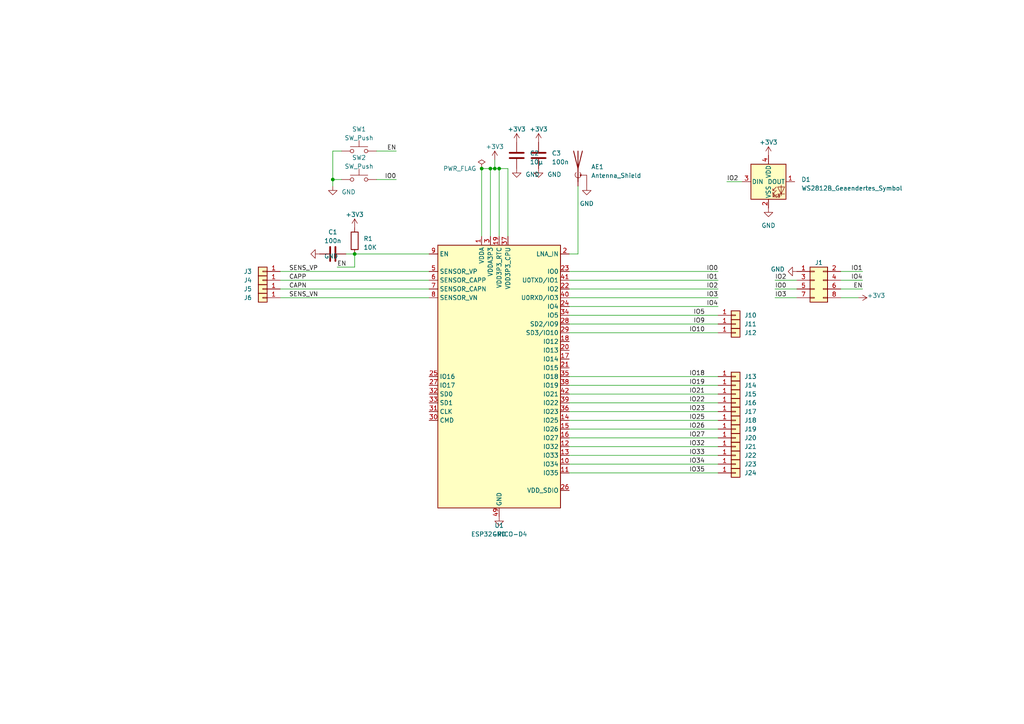
<source format=kicad_sch>
(kicad_sch (version 20210406) (generator eeschema)
  (paper "A4")
  (lib_symbols
    (symbol "Connector_Generic:Conn_01x01" (pin_names (offset 1.016) hide)
      (property "Reference" "J" (at 0 2.54 0))
      (property "Value" "Conn_01x01" (at 0 -2.54 0))
      (symbol "Conn_01x01_1_1"
        (rectangle (start -1.27 0.127) (end 0 -0.127) (stroke (width 0.1524)))
        (rectangle (start -1.27 1.27) (end 1.27 -1.27) (stroke (width 0.254)) (fill (type background)))
        (pin passive line (at -5.08 0 0) (length 3.81) (name "Pin_1") (number "1"))
      )
    )
    (symbol "Connector_Generic:Conn_02x04_Odd_Even" (pin_names (offset 1.016) hide)
      (property "Reference" "J" (at 1.27 5.08 0))
      (property "Value" "Conn_02x04_Odd_Even" (at 1.27 -7.62 0))
      (symbol "Conn_02x04_Odd_Even_1_1"
        (rectangle (start -1.27 -4.953) (end 0 -5.207) (stroke (width 0.1524)))
        (rectangle (start -1.27 -2.413) (end 0 -2.667) (stroke (width 0.1524)))
        (rectangle (start -1.27 0.127) (end 0 -0.127) (stroke (width 0.1524)))
        (rectangle (start -1.27 2.667) (end 0 2.413) (stroke (width 0.1524)))
        (rectangle (start 3.81 -4.953) (end 2.54 -5.207) (stroke (width 0.1524)))
        (rectangle (start 3.81 -2.413) (end 2.54 -2.667) (stroke (width 0.1524)))
        (rectangle (start 3.81 0.127) (end 2.54 -0.127) (stroke (width 0.1524)))
        (rectangle (start 3.81 2.667) (end 2.54 2.413) (stroke (width 0.1524)))
        (rectangle (start -1.27 3.81) (end 3.81 -6.35) (stroke (width 0.254)) (fill (type background)))
        (pin passive line (at -5.08 2.54 0) (length 3.81) (name "Pin_1") (number "1"))
        (pin passive line (at 7.62 2.54 180) (length 3.81) (name "Pin_2") (number "2"))
        (pin passive line (at -5.08 0 0) (length 3.81) (name "Pin_3") (number "3"))
        (pin passive line (at 7.62 0 180) (length 3.81) (name "Pin_4") (number "4"))
        (pin passive line (at -5.08 -2.54 0) (length 3.81) (name "Pin_5") (number "5"))
        (pin passive line (at 7.62 -2.54 180) (length 3.81) (name "Pin_6") (number "6"))
        (pin passive line (at -5.08 -5.08 0) (length 3.81) (name "Pin_7") (number "7"))
        (pin passive line (at 7.62 -5.08 180) (length 3.81) (name "Pin_8") (number "8"))
      )
    )
    (symbol "Device:Antenna_Shield" (pin_numbers hide) (pin_names (offset 1.016) hide)
      (property "Reference" "AE" (at -1.905 4.445 0))
      (property "Value" "Antenna_Shield" (at -1.905 2.54 0))
      (symbol "Antenna_Shield_0_1"
        (arc (start 0 -2.667) (end -0.508 -1.143) (radius (at -0.0254 -1.8542) (length 0.8128) (angles -88.2 124.2)))
        (arc (start 0 -2.667) (end 0.508 -1.143) (radius (at 0.0254 -1.8542) (length 0.8128) (angles -91.8 55.8)))
        (circle (center 0.762 -1.905) (radius 0.1778) (fill (type outline)))
        (polyline (pts (xy 0 -2.54) (xy 0 0)))
        (polyline (pts (xy 0 5.08) (xy 0 -3.81)) (stroke (width 0.254)))
        (polyline (pts (xy 0.762 -1.905) (xy 2.54 -1.905)))
        (polyline (pts (xy 2.54 -2.54) (xy 2.54 -1.905)))
        (polyline (pts (xy 1.27 5.08) (xy 0 0) (xy -1.27 5.08)) (stroke (width 0.254)))
      )
      (symbol "Antenna_Shield_1_1"
        (pin input line (at 0 -5.08 90) (length 2.54) (name "A") (number "1"))
        (pin input line (at 2.54 -5.08 90) (length 2.54) (name "Shield") (number "2"))
      )
    )
    (symbol "Device:C" (pin_numbers hide) (pin_names (offset 0.254))
      (property "Reference" "C" (at 0.635 2.54 0))
      (property "Value" "C" (at 0.635 -2.54 0))
      (symbol "C_0_1"
        (polyline (pts (xy -2.032 -0.762) (xy 2.032 -0.762)) (stroke (width 0.508)))
        (polyline (pts (xy -2.032 0.762) (xy 2.032 0.762)) (stroke (width 0.508)))
      )
      (symbol "C_1_1"
        (pin passive line (at 0 3.81 270) (length 2.794) (name "~") (number "1"))
        (pin passive line (at 0 -3.81 90) (length 2.794) (name "~") (number "2"))
      )
    )
    (symbol "Device:R" (pin_numbers hide) (pin_names (offset 0))
      (property "Reference" "R" (at 2.032 0 90))
      (property "Value" "R" (at 0 0 90))
      (symbol "R_0_1"
        (rectangle (start -1.016 -2.54) (end 1.016 2.54) (stroke (width 0.254)))
      )
      (symbol "R_1_1"
        (pin passive line (at 0 3.81 270) (length 1.27) (name "~") (number "1"))
        (pin passive line (at 0 -3.81 90) (length 1.27) (name "~") (number "2"))
      )
    )
    (symbol "RF_Module:ESP32-PICO-D4"
      (property "Reference" "U" (at -17.78 39.37 0))
      (property "Value" "ESP32-PICO-D4" (at 3.81 39.37 0))
      (symbol "ESP32-PICO-D4_0_0"
        (pin power_in line (at -5.08 40.64 270) (length 2.54) (name "VDDA") (number "1"))
        (pin input line (at 20.32 -25.4 180) (length 2.54) (name "IO34") (number "10"))
        (pin input line (at 20.32 -27.94 180) (length 2.54) (name "IO35") (number "11"))
        (pin bidirectional line (at 20.32 -20.32 180) (length 2.54) (name "IO32") (number "12"))
        (pin bidirectional line (at 20.32 -22.86 180) (length 2.54) (name "IO33") (number "13"))
        (pin bidirectional line (at 20.32 -12.7 180) (length 2.54) (name "IO25") (number "14"))
        (pin bidirectional line (at 20.32 -15.24 180) (length 2.54) (name "IO26") (number "15"))
        (pin bidirectional line (at 20.32 -17.78 180) (length 2.54) (name "IO27") (number "16"))
        (pin bidirectional line (at 20.32 5.08 180) (length 2.54) (name "IO14") (number "17"))
        (pin bidirectional line (at 20.32 10.16 180) (length 2.54) (name "IO12") (number "18"))
        (pin power_in line (at 0 40.64 270) (length 2.54) (name "VDD3P3_RTC") (number "19"))
        (pin bidirectional line (at 20.32 35.56 180) (length 2.54) (name "LNA_IN") (number "2"))
        (pin bidirectional line (at 20.32 7.62 180) (length 2.54) (name "IO13") (number "20"))
        (pin bidirectional line (at 20.32 2.54 180) (length 2.54) (name "IO15") (number "21"))
        (pin bidirectional line (at 20.32 25.4 180) (length 2.54) (name "IO2") (number "22"))
        (pin bidirectional line (at 20.32 30.48 180) (length 2.54) (name "IO0") (number "23"))
        (pin bidirectional line (at 20.32 20.32 180) (length 2.54) (name "IO4") (number "24"))
        (pin bidirectional line (at -20.32 0 0) (length 2.54) (name "IO16") (number "25"))
        (pin power_out line (at 20.32 -33.02 180) (length 2.54) (name "VDD_SDIO") (number "26"))
        (pin bidirectional line (at -20.32 -2.54 0) (length 2.54) (name "IO17") (number "27"))
        (pin bidirectional line (at 20.32 15.24 180) (length 2.54) (name "SD2/IO9") (number "28"))
        (pin bidirectional line (at 20.32 12.7 180) (length 2.54) (name "SD3/IO10") (number "29"))
        (pin power_in line (at -2.54 40.64 270) (length 2.54) (name "VDDA3P3") (number "3"))
        (pin bidirectional line (at -20.32 -12.7 0) (length 2.54) (name "CMD") (number "30"))
        (pin bidirectional line (at -20.32 -10.16 0) (length 2.54) (name "CLK") (number "31"))
        (pin bidirectional line (at -20.32 -5.08 0) (length 2.54) (name "SD0") (number "32"))
        (pin bidirectional line (at -20.32 -7.62 0) (length 2.54) (name "SD1") (number "33"))
        (pin bidirectional line (at 20.32 17.78 180) (length 2.54) (name "IO5") (number "34"))
        (pin bidirectional line (at 20.32 0 180) (length 2.54) (name "IO18") (number "35"))
        (pin bidirectional line (at 20.32 -10.16 180) (length 2.54) (name "IO23") (number "36"))
        (pin power_in line (at 2.54 40.64 270) (length 2.54) (name "VDD3P3_CPU") (number "37"))
        (pin bidirectional line (at 20.32 -2.54 180) (length 2.54) (name "IO19") (number "38"))
        (pin bidirectional line (at 20.32 -7.62 180) (length 2.54) (name "IO22") (number "39"))
        (pin passive line (at -2.54 40.64 270) (length 2.54) hide (name "VDDA3P3") (number "4"))
        (pin bidirectional line (at 20.32 22.86 180) (length 2.54) (name "U0RXD/IO3") (number "40"))
        (pin bidirectional line (at 20.32 27.94 180) (length 2.54) (name "U0TXD/IO1") (number "41"))
        (pin bidirectional line (at 20.32 -5.08 180) (length 2.54) (name "IO21") (number "42"))
        (pin passive line (at -5.08 40.64 270) (length 2.54) hide (name "VDDA") (number "43"))
        (pin no_connect line (at -17.78 -25.4 0) (length 2.54) hide (name "XTAL_N_NC") (number "44"))
        (pin no_connect line (at -17.78 -27.94 0) (length 2.54) hide (name "XTAL_P_NC") (number "45"))
        (pin passive line (at -5.08 40.64 270) (length 2.54) hide (name "VDDA") (number "46"))
        (pin no_connect line (at -17.78 -30.48 0) (length 2.54) hide (name "CAP2_NC") (number "47"))
        (pin no_connect line (at -17.78 -33.02 0) (length 2.54) hide (name "CAP1_NC") (number "48"))
        (pin power_in line (at 0 -40.64 90) (length 2.54) (name "GND") (number "49"))
        (pin input line (at -20.32 30.48 0) (length 2.54) (name "SENSOR_VP") (number "5"))
        (pin input line (at -20.32 27.94 0) (length 2.54) (name "SENSOR_CAPP") (number "6"))
        (pin input line (at -20.32 25.4 0) (length 2.54) (name "SENSOR_CAPN") (number "7"))
        (pin input line (at -20.32 22.86 0) (length 2.54) (name "SENSOR_VN") (number "8"))
        (pin input line (at -20.32 35.56 0) (length 2.54) (name "EN") (number "9"))
      )
      (symbol "ESP32-PICO-D4_0_1"
        (rectangle (start -17.78 38.1) (end 17.78 -38.1) (stroke (width 0.254)) (fill (type background)))
      )
    )
    (symbol "Switch:SW_Push" (pin_numbers hide) (pin_names (offset 1.016) hide)
      (property "Reference" "SW" (at 1.27 2.54 0))
      (property "Value" "SW_Push" (at 0 -1.524 0))
      (symbol "SW_Push_0_1"
        (circle (center -2.032 0) (radius 0.508))
        (circle (center 2.032 0) (radius 0.508))
        (polyline (pts (xy 0 1.27) (xy 0 3.048)))
        (polyline (pts (xy 2.54 1.27) (xy -2.54 1.27)))
        (pin passive line (at -5.08 0 0) (length 2.54) (name "1") (number "1"))
        (pin passive line (at 5.08 0 180) (length 2.54) (name "2") (number "2"))
      )
    )
    (symbol "TheBrutzlers_Lib:WS2812B_Geaendertes_Symbol" (pin_names (offset 0.254))
      (property "Reference" "D1" (at 9.525 0.6351 0))
      (property "Value" "WS2812B_Geaendertes_Symbol" (at 9.525 -1.9049 0))
      (symbol "WS2812B_Geaendertes_Symbol_0_0"
        (text "RGB" (at 2.286 -4.191 0) (effects (font (size 0.762 0.762))))
      )
      (symbol "WS2812B_Geaendertes_Symbol_0_1"
        (rectangle (start 5.08 5.08) (end -5.08 -5.08) (stroke (width 0.254)) (fill (type background)))
        (polyline (pts (xy 1.27 -3.556) (xy 1.778 -3.556)))
        (polyline (pts (xy 1.27 -2.54) (xy 1.778 -2.54)))
        (polyline (pts (xy 4.699 -3.556) (xy 2.667 -3.556)))
        (polyline (pts (xy 2.286 -2.54) (xy 1.27 -3.556) (xy 1.27 -3.048)))
        (polyline (pts (xy 2.286 -1.524) (xy 1.27 -2.54) (xy 1.27 -2.032)))
        (polyline (pts (xy 3.683 -1.016) (xy 3.683 -3.556) (xy 3.683 -4.064)))
        (polyline (pts (xy 4.699 -1.524) (xy 2.667 -1.524) (xy 3.683 -3.556) (xy 4.699 -1.524)))
      )
      (symbol "WS2812B_Geaendertes_Symbol_1_1"
        (pin output line (at 7.62 0 180) (length 2.54) (name "DOUT") (number "1"))
        (pin power_in line (at 0 -7.62 90) (length 2.54) (name "VSS") (number "2"))
        (pin input line (at -7.62 0 0) (length 2.54) (name "DIN") (number "3"))
        (pin power_in line (at 0 7.62 270) (length 2.54) (name "VDD") (number "4"))
      )
    )
    (symbol "power:+3V3" (power) (pin_names (offset 0))
      (property "Value" "+3V3" (at 0 3.556 0))
      (symbol "+3V3_0_1"
        (polyline (pts (xy -0.762 1.27) (xy 0 2.54)))
        (polyline (pts (xy 0 0) (xy 0 2.54)))
        (polyline (pts (xy 0 2.54) (xy 0.762 1.27)))
      )
      (symbol "+3V3_1_1"
        (pin power_in line (at 0 0 90) (length 0) hide (name "+3V3") (number "1"))
      )
    )
    (symbol "power:GND" (power) (pin_names (offset 0))
      (property "Value" "GND" (at 0 -3.81 0))
      (symbol "GND_0_1"
        (polyline (pts (xy 0 0) (xy 0 -1.27) (xy 1.27 -1.27) (xy 0 -2.54) (xy -1.27 -1.27) (xy 0 -1.27)))
      )
      (symbol "GND_1_1"
        (pin power_in line (at 0 0 270) (length 0) hide (name "GND") (number "1"))
      )
    )
    (symbol "power:PWR_FLAG" (power) (pin_numbers hide) (pin_names (offset 0) hide)
      (property "Value" "PWR_FLAG" (at 0 3.81 0))
      (symbol "PWR_FLAG_0_0"
        (pin power_out line (at 0 0 90) (length 0) (name "pwr") (number "1"))
      )
      (symbol "PWR_FLAG_0_1"
        (polyline (pts (xy 0 0) (xy 0 1.27) (xy -1.016 1.905) (xy 0 2.54) (xy 1.016 1.905) (xy 0 1.27)))
      )
    )
  )
  (junction (at 96.52 52.07) (diameter 0.9144))
  (junction (at 102.87 73.66) (diameter 0.9144))
  (junction (at 139.7 48.895) (diameter 0.9144))
  (junction (at 142.24 48.895) (diameter 0.9144))
  (junction (at 143.51 48.895) (diameter 0.9144))
  (junction (at 144.78 48.895) (diameter 0.9144))
  (wire (pts (xy 81.28 78.74) (xy 124.46 78.74)))
  (wire (pts (xy 81.28 81.28) (xy 124.46 81.28)))
  (wire (pts (xy 81.28 83.82) (xy 124.46 83.82)))
  (wire (pts (xy 81.28 86.36) (xy 124.46 86.36)))
  (wire (pts (xy 96.52 43.815) (xy 96.52 52.07)))
  (wire (pts (xy 96.52 52.07) (xy 96.52 53.975)))
  (wire (pts (xy 97.79 77.47) (xy 102.87 77.47)))
  (wire (pts (xy 99.06 43.815) (xy 96.52 43.815)))
  (wire (pts (xy 99.06 52.07) (xy 96.52 52.07)))
  (wire (pts (xy 100.33 73.66) (xy 102.87 73.66)))
  (wire (pts (xy 102.87 73.66) (xy 102.87 77.47)))
  (wire (pts (xy 102.87 73.66) (xy 124.46 73.66)))
  (wire (pts (xy 109.22 43.815) (xy 114.935 43.815)))
  (wire (pts (xy 109.22 52.07) (xy 114.935 52.07)))
  (wire (pts (xy 139.7 48.895) (xy 139.7 68.58)))
  (wire (pts (xy 142.24 48.895) (xy 139.7 48.895)))
  (wire (pts (xy 142.24 48.895) (xy 142.24 68.58)))
  (wire (pts (xy 143.51 46.355) (xy 143.51 48.895)))
  (wire (pts (xy 143.51 48.895) (xy 142.24 48.895)))
  (wire (pts (xy 144.78 48.895) (xy 143.51 48.895)))
  (wire (pts (xy 144.78 48.895) (xy 144.78 68.58)))
  (wire (pts (xy 147.32 48.895) (xy 144.78 48.895)))
  (wire (pts (xy 147.32 48.895) (xy 147.32 68.58)))
  (wire (pts (xy 165.1 78.74) (xy 208.28 78.74)))
  (wire (pts (xy 165.1 81.28) (xy 208.28 81.28)))
  (wire (pts (xy 165.1 83.82) (xy 208.28 83.82)))
  (wire (pts (xy 165.1 86.36) (xy 208.28 86.36)))
  (wire (pts (xy 165.1 88.9) (xy 208.28 88.9)))
  (wire (pts (xy 165.1 91.44) (xy 208.28 91.44)))
  (wire (pts (xy 165.1 93.98) (xy 208.28 93.98)))
  (wire (pts (xy 165.1 96.52) (xy 208.28 96.52)))
  (wire (pts (xy 165.1 109.22) (xy 208.28 109.22)))
  (wire (pts (xy 165.1 111.76) (xy 208.28 111.76)))
  (wire (pts (xy 165.1 114.3) (xy 208.28 114.3)))
  (wire (pts (xy 165.1 116.84) (xy 208.28 116.84)))
  (wire (pts (xy 165.1 119.38) (xy 208.28 119.38)))
  (wire (pts (xy 165.1 121.92) (xy 208.28 121.92)))
  (wire (pts (xy 165.1 124.46) (xy 208.28 124.46)))
  (wire (pts (xy 165.1 127) (xy 208.28 127)))
  (wire (pts (xy 165.1 129.54) (xy 208.28 129.54)))
  (wire (pts (xy 165.1 132.08) (xy 208.28 132.08)))
  (wire (pts (xy 165.1 134.62) (xy 208.28 134.62)))
  (wire (pts (xy 165.1 137.16) (xy 208.28 137.16)))
  (wire (pts (xy 167.64 53.975) (xy 167.64 73.66)))
  (wire (pts (xy 167.64 73.66) (xy 165.1 73.66)))
  (wire (pts (xy 210.82 52.705) (xy 215.265 52.705)))
  (wire (pts (xy 224.79 81.28) (xy 231.14 81.28)))
  (wire (pts (xy 224.79 83.82) (xy 231.14 83.82)))
  (wire (pts (xy 224.79 86.36) (xy 231.14 86.36)))
  (wire (pts (xy 243.84 78.74) (xy 250.19 78.74)))
  (wire (pts (xy 243.84 81.28) (xy 250.19 81.28)))
  (wire (pts (xy 243.84 83.82) (xy 250.19 83.82)))
  (wire (pts (xy 243.84 86.36) (xy 248.92 86.36)))
  (label "SENS_VP" (at 83.82 78.74 0))
  (label "CAPP" (at 83.82 81.28 0))
  (label "CAPN" (at 83.82 83.82 0))
  (label "SENS_VN" (at 83.82 86.36 0))
  (label "EN" (at 97.79 77.47 0))
  (label "EN" (at 114.935 43.815 180))
  (label "IO0" (at 114.935 52.07 180))
  (label "IO5" (at 204.47 91.44 180))
  (label "IO9" (at 204.47 93.98 180))
  (label "IO10" (at 204.47 96.52 180))
  (label "IO18" (at 204.47 109.22 180))
  (label "IO19" (at 204.47 111.76 180))
  (label "IO21" (at 204.47 114.3 180))
  (label "IO22" (at 204.47 116.84 180))
  (label "IO23" (at 204.47 119.38 180))
  (label "IO25" (at 204.47 121.92 180))
  (label "IO26" (at 204.47 124.46 180))
  (label "IO27" (at 204.47 127 180))
  (label "IO32" (at 204.47 129.54 180))
  (label "IO33" (at 204.47 132.08 180))
  (label "IO34" (at 204.47 134.62 180))
  (label "IO35" (at 204.47 137.16 180))
  (label "IO0" (at 208.28 78.74 180))
  (label "IO1" (at 208.28 81.28 180))
  (label "IO2" (at 208.28 83.82 180))
  (label "IO3" (at 208.28 86.36 180))
  (label "IO4" (at 208.28 88.9 180))
  (label "IO2" (at 210.82 52.705 0))
  (label "IO2" (at 224.79 81.28 0))
  (label "IO0" (at 224.79 83.82 0))
  (label "IO3" (at 224.79 86.36 0))
  (label "IO1" (at 250.19 78.74 180))
  (label "IO4" (at 250.19 81.28 180))
  (label "EN" (at 250.19 83.82 180))
  (symbol (lib_id "power:+3V3") (at 102.87 66.04 0) (unit 1)
    (property "Reference" "#PWR02" (effects hide))
    (property "Value" "+3V3" (at 102.87 62.23 0))
  )
  (symbol (lib_id "power:+3V3") (at 143.51 46.355 0) (unit 1)
    (property "Reference" "#PWR03" (effects hide))
    (property "Value" "+3V3" (at 143.51 42.545 0))
  )
  (symbol (lib_id "power:+3V3") (at 149.86 41.275 0) (unit 1)
    (property "Reference" "#PWR05" (effects hide))
    (property "Value" "+3V3" (at 149.86 37.465 0))
  )
  (symbol (lib_id "power:+3V3") (at 156.21 41.275 0) (unit 1)
    (property "Reference" "#PWR07" (effects hide))
    (property "Value" "+3V3" (at 156.21 37.465 0))
  )
  (symbol (lib_id "power:+3V3") (at 222.885 45.085 0) (unit 1)
    (property "Reference" "#PWR0103" (effects hide))
    (property "Value" "+3V3" (at 222.885 41.275 0))
  )
  (symbol (lib_id "power:+3V3") (at 248.92 86.36 270) (unit 1)
    (property "Reference" "#PWR011" (effects hide))
    (property "Value" "+3V3" (at 251.46 85.7249 90) (effects (justify left)))
  )
  (symbol (lib_id "power:PWR_FLAG") (at 139.7 48.895 0) (unit 1)
    (property "Reference" "#FLG0101" (effects hide))
    (property "Value" "PWR_FLAG" (at 133.35 48.895 0))
  )
  (symbol (lib_id "power:GND") (at 92.71 73.66 270) (unit 1)
    (property "Reference" "#PWR01" (effects hide))
    (property "Value" "GND" (at 93.98 74.2949 90) (effects (justify left)))
  )
  (symbol (lib_id "power:GND") (at 96.52 53.975 0) (unit 1)
    (property "Reference" "#PWR0101" (effects hide))
    (property "Value" "GND" (at 99.06 55.6894 0) (effects (justify left)))
  )
  (symbol (lib_id "power:GND") (at 144.78 149.86 0) (unit 1)
    (property "Reference" "#PWR04" (effects hide))
    (property "Value" "GND" (at 144.78 154.94 0))
  )
  (symbol (lib_id "power:GND") (at 149.86 48.895 0) (unit 1)
    (property "Reference" "#PWR06" (effects hide))
    (property "Value" "GND" (at 152.4 50.6094 0) (effects (justify left)))
  )
  (symbol (lib_id "power:GND") (at 156.21 48.895 0) (unit 1)
    (property "Reference" "#PWR08" (effects hide))
    (property "Value" "GND" (at 158.75 50.6094 0) (effects (justify left)))
  )
  (symbol (lib_id "power:GND") (at 170.18 53.975 0) (unit 1)
    (property "Reference" "#PWR09" (effects hide))
    (property "Value" "GND" (at 170.18 59.055 0))
  )
  (symbol (lib_id "power:GND") (at 222.885 60.325 0) (unit 1)
    (property "Reference" "#PWR0102" (effects hide))
    (property "Value" "GND" (at 222.885 65.405 0))
  )
  (symbol (lib_id "power:GND") (at 231.14 78.74 270) (unit 1)
    (property "Reference" "#PWR010" (effects hide))
    (property "Value" "GND" (at 223.52 78.1049 90) (effects (justify left)))
  )
  (symbol (lib_id "Connector_Generic:Conn_01x01") (at 76.2 78.74 180) (unit 1)
    (property "Reference" "J3" (at 71.882 78.74 0))
    (property "Value" "Conn_01x01" (effects hide))
    (property "Footprint" "Eigene:CON_1x01" (effects hide))
  )
  (symbol (lib_id "Connector_Generic:Conn_01x01") (at 76.2 81.28 180) (unit 1)
    (property "Reference" "J4" (at 71.882 81.28 0))
    (property "Value" "Conn_01x01" (effects hide))
    (property "Footprint" "Eigene:CON_1x01" (effects hide))
  )
  (symbol (lib_id "Connector_Generic:Conn_01x01") (at 76.2 83.82 180) (unit 1)
    (property "Reference" "J5" (at 71.882 83.82 0))
    (property "Value" "Conn_01x01" (effects hide))
    (property "Footprint" "Eigene:CON_1x01" (effects hide))
  )
  (symbol (lib_id "Connector_Generic:Conn_01x01") (at 76.2 86.36 180) (unit 1)
    (property "Reference" "J6" (at 71.882 86.36 0))
    (property "Value" "Conn_01x01" (effects hide))
    (property "Footprint" "Eigene:CON_1x01" (effects hide))
  )
  (symbol (lib_id "Connector_Generic:Conn_01x01") (at 213.36 91.44 0) (unit 1)
    (property "Reference" "J10" (at 217.678 91.44 0))
    (property "Value" "Conn_01x01" (effects hide))
    (property "Footprint" "Eigene:CON_1x01" (effects hide))
  )
  (symbol (lib_id "Connector_Generic:Conn_01x01") (at 213.36 93.98 0) (unit 1)
    (property "Reference" "J11" (at 217.678 93.98 0))
    (property "Value" "Conn_01x01" (effects hide))
    (property "Footprint" "Eigene:CON_1x01" (effects hide))
  )
  (symbol (lib_id "Connector_Generic:Conn_01x01") (at 213.36 96.52 0) (unit 1)
    (property "Reference" "J12" (at 217.678 96.52 0))
    (property "Value" "Conn_01x01" (effects hide))
    (property "Footprint" "Eigene:CON_1x01" (effects hide))
  )
  (symbol (lib_id "Connector_Generic:Conn_01x01") (at 213.36 109.22 0) (unit 1)
    (property "Reference" "J13" (at 217.678 109.22 0))
    (property "Value" "Conn_01x01" (effects hide))
    (property "Footprint" "Eigene:CON_1x01" (effects hide))
  )
  (symbol (lib_id "Connector_Generic:Conn_01x01") (at 213.36 111.76 0) (unit 1)
    (property "Reference" "J14" (at 217.678 111.76 0))
    (property "Value" "Conn_01x01" (effects hide))
    (property "Footprint" "Eigene:CON_1x01" (effects hide))
  )
  (symbol (lib_id "Connector_Generic:Conn_01x01") (at 213.36 114.3 0) (unit 1)
    (property "Reference" "J15" (at 217.678 114.3 0))
    (property "Value" "Conn_01x01" (effects hide))
    (property "Footprint" "Eigene:CON_1x01" (effects hide))
  )
  (symbol (lib_id "Connector_Generic:Conn_01x01") (at 213.36 116.84 0) (unit 1)
    (property "Reference" "J16" (at 217.678 116.84 0))
    (property "Value" "Conn_01x01" (effects hide))
    (property "Footprint" "Eigene:CON_1x01" (effects hide))
  )
  (symbol (lib_id "Connector_Generic:Conn_01x01") (at 213.36 119.38 0) (unit 1)
    (property "Reference" "J17" (at 217.678 119.38 0))
    (property "Value" "Conn_01x01" (effects hide))
    (property "Footprint" "Eigene:CON_1x01" (effects hide))
  )
  (symbol (lib_id "Connector_Generic:Conn_01x01") (at 213.36 121.92 0) (unit 1)
    (property "Reference" "J18" (at 217.678 121.92 0))
    (property "Value" "Conn_01x01" (effects hide))
    (property "Footprint" "Eigene:CON_1x01" (effects hide))
  )
  (symbol (lib_id "Connector_Generic:Conn_01x01") (at 213.36 124.46 0) (unit 1)
    (property "Reference" "J19" (at 217.678 124.46 0))
    (property "Value" "Conn_01x01" (effects hide))
    (property "Footprint" "Eigene:CON_1x01" (effects hide))
  )
  (symbol (lib_id "Connector_Generic:Conn_01x01") (at 213.36 127 0) (unit 1)
    (property "Reference" "J20" (at 217.678 127 0))
    (property "Value" "Conn_01x01" (effects hide))
    (property "Footprint" "Eigene:CON_1x01" (effects hide))
  )
  (symbol (lib_id "Connector_Generic:Conn_01x01") (at 213.36 129.54 0) (unit 1)
    (property "Reference" "J21" (at 217.678 129.54 0))
    (property "Value" "Conn_01x01" (effects hide))
    (property "Footprint" "Eigene:CON_1x01" (effects hide))
  )
  (symbol (lib_id "Connector_Generic:Conn_01x01") (at 213.36 132.08 0) (unit 1)
    (property "Reference" "J22" (at 217.678 132.08 0))
    (property "Value" "Conn_01x01" (effects hide))
    (property "Footprint" "Eigene:CON_1x01" (effects hide))
  )
  (symbol (lib_id "Connector_Generic:Conn_01x01") (at 213.36 134.62 0) (unit 1)
    (property "Reference" "J23" (at 217.678 134.62 0))
    (property "Value" "Conn_01x01" (effects hide))
    (property "Footprint" "Eigene:CON_1x01" (effects hide))
  )
  (symbol (lib_id "Connector_Generic:Conn_01x01") (at 213.36 137.16 0) (unit 1)
    (property "Reference" "J24" (at 217.678 137.16 0))
    (property "Value" "Conn_01x01" (effects hide))
    (property "Footprint" "Eigene:CON_1x01" (effects hide))
  )
  (symbol (lib_id "Device:R") (at 102.87 69.85 0) (unit 1)
    (property "Reference" "R1" (at 105.41 69.2149 0) (effects (justify left)))
    (property "Value" "10K" (at 105.41 71.7549 0) (effects (justify left)))
    (property "Footprint" "Resistor_SMD:R_0603_1608Metric" (effects hide))
    (property "LCSC" "C73809" (effects hide))
  )
  (symbol (lib_id "Device:C") (at 96.52 73.66 270) (unit 1)
    (property "Reference" "C1" (at 96.52 67.31 90))
    (property "Value" "100n" (at 96.52 69.85 90))
    (property "Footprint" "Capacitor_SMD:C_0603_1608Metric" (effects hide))
    (property "LCSC" "C282519" (effects hide))
  )
  (symbol (lib_id "Device:C") (at 149.86 45.085 180) (unit 1)
    (property "Reference" "C2" (at 153.67 44.4499 0) (effects (justify right)))
    (property "Value" "10µ" (at 153.67 46.9899 0) (effects (justify right)))
    (property "Footprint" "Capacitor_SMD:C_0603_1608Metric" (effects hide))
    (property "LCSC" "C85713" (effects hide))
  )
  (symbol (lib_id "Device:C") (at 156.21 45.085 180) (unit 1)
    (property "Reference" "C3" (at 160.02 44.4499 0) (effects (justify right)))
    (property "Value" "100n" (at 160.02 46.9899 0) (effects (justify right)))
    (property "Footprint" "Capacitor_SMD:C_0603_1608Metric" (effects hide))
    (property "LCSC" "C282519" (effects hide))
  )
  (symbol (lib_id "Switch:SW_Push") (at 104.14 43.815 0) (unit 1)
    (property "Reference" "SW1" (at 104.14 37.465 0))
    (property "Value" "SW_Push" (at 104.14 40.005 0))
    (property "Footprint" "TheBrutzlers_Lib:microswitch" (effects hide))
    (property "LCSC" "C100056" (effects hide))
  )
  (symbol (lib_id "Switch:SW_Push") (at 104.14 52.07 0) (unit 1)
    (property "Reference" "SW2" (at 104.14 45.72 0))
    (property "Value" "SW_Push" (at 104.14 48.26 0))
    (property "Footprint" "TheBrutzlers_Lib:microswitch" (effects hide))
    (property "LCSC" "C100056" (effects hide))
  )
  (symbol (lib_id "Device:Antenna_Shield") (at 167.64 48.895 0) (unit 1)
    (property "Reference" "AE1" (at 171.45 48.3869 0) (effects (justify left)))
    (property "Value" "Antenna_Shield" (at 171.45 50.9269 0) (effects (justify left)))
    (property "Footprint" "RF_Antenna:Texas_SWRA117D_2.4GHz_Left" (effects hide))
  )
  (symbol (lib_id "Connector_Generic:Conn_02x04_Odd_Even") (at 236.22 81.28 0) (unit 1)
    (property "Reference" "J1" (at 237.49 76.2 0))
    (property "Value" "Conn_02x04_Odd_Even" (effects hide))
    (property "Footprint" "Connector_PinHeader_2.54mm:PinHeader_2x04_P2.54mm_Vertical" (effects hide))
  )
  (symbol (lib_id "TheBrutzlers_Lib:WS2812B_Geaendertes_Symbol") (at 222.885 52.705 0) (unit 1)
    (property "Reference" "D1" (at 232.41 52.0699 0) (effects (justify left)))
    (property "Value" "WS2812B_Geaendertes_Symbol" (at 232.41 54.6099 0) (effects (justify left)))
    (property "Footprint" "LED_SMD:LED_Cree-PLCC4_2x2mm_CW" (effects hide))
    (property "Datasheet" "https://cdn-shop.adafruit.com/datasheets/WS2812B.pdf" (effects hide))
    (property "LCSC" "C965556" (effects hide))
  )
  (symbol (lib_id "RF_Module:ESP32-PICO-D4") (at 144.78 109.22 0) (unit 1)
    (property "Reference" "U1" (at 144.78 152.4 0))
    (property "Value" "ESP32-PICO-D4" (at 144.78 154.94 0))
    (property "Footprint" "Package_DFN_QFN:QFN-48-1EP_7x7mm_P0.5mm_EP5.3x5.3mm" (effects hide))
    (property "Datasheet" "https://www.espressif.com/sites/default/files/documentation/esp32-pico-d4_datasheet_en.pdf" (effects hide))
  )
)
</source>
